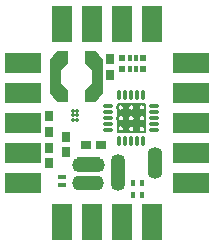
<source format=gts>
G04 DipTrace 2.4.0.2*
%INdigipot.gts*%
%MOMM*%
%ADD15C,0.152*%
%ADD16O,1.185X1.23*%
%ADD20O,1.23X1.185*%
%ADD36C,0.165*%
%ADD44C,0.35*%
%ADD52O,0.9X0.35*%
%ADD53O,0.35X0.9*%
%ADD54R,0.3X0.55*%
%ADD55R,0.575X0.55*%
%ADD56R,0.45X0.55*%
%ADD57R,1.75X2.082*%
%ADD58R,1.75X1.65*%
%ADD59R,2.082X1.75*%
%ADD61R,2.05X1.75*%
%ADD63R,1.65X1.75*%
%ADD65R,0.75X0.45*%
%ADD66R,0.95X0.75*%
%ADD67R,0.75X0.95*%
%FSLAX53Y53*%
G04*
G71*
G90*
G75*
G01*
%LNTopMask*%
%LPD*%
D16*
X16812Y15350D3*
G36*
X17038Y15965D2*
X15038D1*
Y14735D1*
X17038D1*
Y15965D1*
G37*
D16*
X15264Y15350D3*
X15195Y13788D3*
G36*
X14969Y13173D2*
X16969D1*
Y14403D1*
X14969D1*
Y13173D1*
G37*
D16*
X16743Y13788D3*
D67*
X17827Y22986D3*
Y24286D3*
X12710Y19440D3*
Y18140D3*
D66*
X17085Y16992D3*
X15785D3*
D65*
X13815Y14314D3*
Y13614D3*
D20*
X18556Y15634D3*
G36*
X17956Y15674D2*
X19156D1*
Y13700D1*
X17956D1*
Y15674D1*
G37*
D20*
X18556Y13715D3*
D63*
X11278Y13818D3*
D61*
X10008D3*
D63*
X11278Y21438D3*
Y18898D3*
Y16358D3*
D59*
X10008Y21438D3*
Y18898D3*
Y16358D3*
D58*
X16358Y26518D3*
X13818D3*
D57*
X16358Y27788D3*
X13818D3*
D58*
X21438Y26518D3*
X18898D3*
D57*
X21438Y27788D3*
X18898D3*
D63*
X23978Y16358D3*
Y18898D3*
Y21438D3*
D59*
X25248Y16358D3*
Y18898D3*
Y21438D3*
D63*
X23978Y13818D3*
D61*
X25248D3*
D58*
X21438Y11278D3*
X18898D3*
X16358D3*
X13818D3*
D57*
Y10008D3*
X16358D3*
X18898D3*
X21438D3*
D63*
X11278Y23978D3*
D61*
X10008D3*
D63*
X23978D3*
D61*
X25248D3*
G36*
X15755Y21659D2*
X16335Y22254D1*
Y23383D1*
X15755Y23978D1*
Y24988D1*
X16692D1*
X17254Y24222D1*
Y22241D1*
Y21415D1*
X16692Y20648D1*
X15755D1*
Y21659D1*
G37*
G36*
X14304Y23978D2*
X13724Y23383D1*
Y22254D1*
X14304Y21659D1*
Y20648D1*
X13367D1*
X12805Y21415D1*
Y23396D1*
Y24222D1*
X13367Y24988D1*
X14304D1*
Y23978D1*
G37*
D56*
X19822Y12821D3*
X20522D3*
Y13821D3*
X19822D3*
D55*
X18900Y23480D3*
D54*
X19540D3*
X20040D3*
D55*
X20675D3*
Y24380D3*
D54*
X20040D3*
X19540D3*
D55*
X18900D3*
D67*
X14094Y16423D3*
Y17723D3*
X12703Y16773D3*
Y15473D3*
X18469Y19303D2*
D36*
X18470Y19322D1*
X18472Y19341D1*
X18475Y19359D1*
X18480Y19377D1*
X18486Y19395D1*
X18493Y19412D1*
X18502Y19429D1*
X18512Y19445D1*
X18523Y19460D1*
X18535Y19475D1*
X18548Y19489D1*
X18562Y19502D1*
X18577Y19514D1*
X18593Y19525D1*
X18609Y19534D1*
X18626Y19543D1*
X18644Y19551D1*
X18662Y19557D1*
X18681Y19562D1*
X18700Y19566D1*
X18720Y19569D1*
X18739Y19570D1*
X18759D1*
X18778Y19569D1*
X18797Y19566D1*
X18816Y19562D1*
X18835Y19557D1*
X18854Y19551D1*
X18871Y19543D1*
X18889Y19534D1*
X18905Y19525D1*
X18921Y19514D1*
X18936Y19502D1*
X18950Y19489D1*
X18963Y19475D1*
X18975Y19460D1*
X18986Y19445D1*
X18996Y19429D1*
X19004Y19412D1*
X19012Y19395D1*
X19018Y19377D1*
X19022Y19359D1*
X19026Y19341D1*
X19028Y19322D1*
Y19303D1*
Y19285D1*
X19026Y19266D1*
X19022Y19248D1*
X19018Y19230D1*
X19012Y19212D1*
X19004Y19195D1*
X18996Y19178D1*
X18986Y19162D1*
X18975Y19147D1*
X18963Y19132D1*
X18950Y19118D1*
X18936Y19105D1*
X18921Y19093D1*
X18905Y19082D1*
X18889Y19072D1*
X18871Y19064D1*
X18854Y19056D1*
X18835Y19050D1*
X18816Y19045D1*
X18797Y19041D1*
X18778Y19038D1*
X18759Y19037D1*
X18739D1*
X18720Y19038D1*
X18700Y19041D1*
X18681Y19045D1*
X18662Y19050D1*
X18644Y19056D1*
X18626Y19064D1*
X18609Y19072D1*
X18593Y19082D1*
X18577Y19093D1*
X18562Y19105D1*
X18548Y19118D1*
X18535Y19132D1*
X18523Y19147D1*
X18512Y19162D1*
X18502Y19178D1*
X18493Y19195D1*
X18486Y19212D1*
X18480Y19230D1*
X18475Y19248D1*
X18472Y19266D1*
X18470Y19285D1*
X18469Y19303D1*
Y20207D2*
X18470Y20225D1*
X18472Y20244D1*
X18475Y20262D1*
X18480Y20280D1*
X18486Y20298D1*
X18493Y20315D1*
X18502Y20332D1*
X18512Y20348D1*
X18523Y20363D1*
X18535Y20378D1*
X18548Y20392D1*
X18562Y20405D1*
X18577Y20417D1*
X18593Y20428D1*
X18609Y20437D1*
X18626Y20446D1*
X18644Y20454D1*
X18662Y20460D1*
X18681Y20465D1*
X18700Y20469D1*
X18720Y20472D1*
X18739Y20473D1*
X18759D1*
X18778Y20472D1*
X18797Y20469D1*
X18816Y20465D1*
X18835Y20460D1*
X18854Y20454D1*
X18871Y20446D1*
X18889Y20437D1*
X18905Y20428D1*
X18921Y20417D1*
X18936Y20405D1*
X18950Y20392D1*
X18963Y20378D1*
X18975Y20363D1*
X18986Y20348D1*
X18996Y20332D1*
X19004Y20315D1*
X19012Y20298D1*
X19018Y20280D1*
X19022Y20262D1*
X19026Y20244D1*
X19028Y20225D1*
Y20207D1*
Y20188D1*
X19026Y20170D1*
X19022Y20151D1*
X19018Y20133D1*
X19012Y20115D1*
X19004Y20098D1*
X18996Y20081D1*
X18986Y20065D1*
X18975Y20050D1*
X18963Y20035D1*
X18950Y20021D1*
X18936Y20009D1*
X18921Y19997D1*
X18905Y19986D1*
X18889Y19976D1*
X18871Y19967D1*
X18854Y19959D1*
X18835Y19953D1*
X18816Y19948D1*
X18797Y19944D1*
X18778Y19942D1*
X18759Y19940D1*
X18739D1*
X18720Y19942D1*
X18700Y19944D1*
X18681Y19948D1*
X18662Y19953D1*
X18644Y19959D1*
X18626Y19967D1*
X18609Y19976D1*
X18593Y19986D1*
X18577Y19997D1*
X18562Y20009D1*
X18548Y20021D1*
X18535Y20035D1*
X18523Y20050D1*
X18512Y20065D1*
X18502Y20081D1*
X18493Y20098D1*
X18486Y20115D1*
X18480Y20133D1*
X18475Y20151D1*
X18472Y20170D1*
X18470Y20188D1*
X18469Y20207D1*
X19366Y18397D2*
X19367Y18415D1*
X19369Y18434D1*
X19372Y18452D1*
X19377Y18470D1*
X19383Y18488D1*
X19390Y18505D1*
X19399Y18522D1*
X19409Y18538D1*
X19419Y18553D1*
X19431Y18568D1*
X19445Y18582D1*
X19459Y18595D1*
X19474Y18607D1*
X19489Y18618D1*
X19506Y18627D1*
X19523Y18636D1*
X19541Y18644D1*
X19559Y18650D1*
X19578Y18655D1*
X19597Y18659D1*
X19616Y18662D1*
X19636Y18663D1*
X19655D1*
X19675Y18662D1*
X19694Y18659D1*
X19713Y18655D1*
X19732Y18650D1*
X19750Y18644D1*
X19768Y18636D1*
X19785Y18627D1*
X19802Y18618D1*
X19818Y18607D1*
X19833Y18595D1*
X19847Y18582D1*
X19860Y18568D1*
X19872Y18553D1*
X19883Y18538D1*
X19892Y18522D1*
X19901Y18505D1*
X19908Y18488D1*
X19914Y18470D1*
X19919Y18452D1*
X19922Y18434D1*
X19924Y18415D1*
X19925Y18397D1*
X19924Y18378D1*
X19922Y18360D1*
X19919Y18341D1*
X19914Y18323D1*
X19908Y18305D1*
X19901Y18288D1*
X19892Y18271D1*
X19883Y18255D1*
X19872Y18240D1*
X19860Y18225D1*
X19847Y18211D1*
X19833Y18199D1*
X19818Y18187D1*
X19802Y18176D1*
X19785Y18166D1*
X19768Y18157D1*
X19750Y18149D1*
X19732Y18143D1*
X19713Y18138D1*
X19694Y18134D1*
X19675Y18132D1*
X19655Y18130D1*
X19636D1*
X19616Y18132D1*
X19597Y18134D1*
X19578Y18138D1*
X19559Y18143D1*
X19541Y18149D1*
X19523Y18157D1*
X19506Y18166D1*
X19489Y18176D1*
X19474Y18187D1*
X19459Y18199D1*
X19445Y18211D1*
X19431Y18225D1*
X19419Y18240D1*
X19409Y18255D1*
X19399Y18271D1*
X19390Y18288D1*
X19383Y18305D1*
X19377Y18323D1*
X19372Y18341D1*
X19369Y18360D1*
X19367Y18378D1*
X19366Y18397D1*
X19370Y19297D2*
X19371Y19315D1*
X19373Y19334D1*
X19376Y19352D1*
X19381Y19370D1*
X19387Y19388D1*
X19394Y19405D1*
X19403Y19422D1*
X19412Y19438D1*
X19423Y19453D1*
X19435Y19468D1*
X19448Y19482D1*
X19462Y19495D1*
X19477Y19507D1*
X19493Y19517D1*
X19509Y19527D1*
X19527Y19536D1*
X19544Y19544D1*
X19563Y19550D1*
X19581Y19555D1*
X19600Y19559D1*
X19620Y19562D1*
X19639Y19563D1*
X19659D1*
X19678Y19562D1*
X19697Y19559D1*
X19716Y19555D1*
X19735Y19550D1*
X19753Y19544D1*
X19771Y19536D1*
X19788Y19527D1*
X19805Y19517D1*
X19821Y19507D1*
X19836Y19495D1*
X19850Y19482D1*
X19863Y19468D1*
X19875Y19453D1*
X19886Y19438D1*
X19895Y19422D1*
X19904Y19405D1*
X19911Y19388D1*
X19917Y19370D1*
X19922Y19352D1*
X19925Y19334D1*
X19927Y19315D1*
X19928Y19297D1*
X19927Y19278D1*
X19925Y19259D1*
X19922Y19241D1*
X19917Y19223D1*
X19911Y19205D1*
X19904Y19188D1*
X19895Y19171D1*
X19886Y19155D1*
X19875Y19140D1*
X19863Y19125D1*
X19850Y19111D1*
X19836Y19098D1*
X19821Y19086D1*
X19805Y19076D1*
X19788Y19066D1*
X19771Y19057D1*
X19753Y19049D1*
X19735Y19043D1*
X19716Y19038D1*
X19697Y19034D1*
X19678Y19031D1*
X19659Y19030D1*
X19639D1*
X19620Y19031D1*
X19600Y19034D1*
X19581Y19038D1*
X19563Y19043D1*
X19544Y19049D1*
X19527Y19057D1*
X19509Y19066D1*
X19493Y19076D1*
X19477Y19086D1*
X19462Y19098D1*
X19448Y19111D1*
X19435Y19125D1*
X19423Y19140D1*
X19412Y19155D1*
X19403Y19171D1*
X19394Y19188D1*
X19387Y19205D1*
X19381Y19223D1*
X19376Y19241D1*
X19373Y19259D1*
X19371Y19278D1*
X19370Y19297D1*
Y19307D2*
X19371Y19325D1*
X19373Y19344D1*
X19376Y19362D1*
X19381Y19380D1*
X19387Y19398D1*
X19394Y19415D1*
X19403Y19432D1*
X19412Y19448D1*
X19423Y19463D1*
X19435Y19478D1*
X19448Y19492D1*
X19462Y19505D1*
X19477Y19517D1*
X19493Y19528D1*
X19509Y19537D1*
X19527Y19546D1*
X19544Y19554D1*
X19563Y19560D1*
X19581Y19565D1*
X19600Y19569D1*
X19620Y19572D1*
X19639Y19573D1*
X19659D1*
X19678Y19572D1*
X19697Y19569D1*
X19716Y19565D1*
X19735Y19560D1*
X19753Y19554D1*
X19771Y19546D1*
X19788Y19537D1*
X19805Y19528D1*
X19821Y19517D1*
X19836Y19505D1*
X19850Y19492D1*
X19863Y19478D1*
X19875Y19463D1*
X19886Y19448D1*
X19895Y19432D1*
X19904Y19415D1*
X19911Y19398D1*
X19917Y19380D1*
X19922Y19362D1*
X19925Y19344D1*
X19927Y19325D1*
X19928Y19307D1*
X19927Y19288D1*
X19925Y19270D1*
X19922Y19251D1*
X19917Y19233D1*
X19911Y19216D1*
X19904Y19198D1*
X19895Y19182D1*
X19886Y19165D1*
X19875Y19150D1*
X19863Y19135D1*
X19850Y19122D1*
X19836Y19109D1*
X19821Y19097D1*
X19805Y19086D1*
X19788Y19076D1*
X19771Y19067D1*
X19753Y19060D1*
X19735Y19053D1*
X19716Y19048D1*
X19697Y19044D1*
X19678Y19042D1*
X19659Y19040D1*
X19639D1*
X19620Y19042D1*
X19600Y19044D1*
X19581Y19048D1*
X19563Y19053D1*
X19544Y19060D1*
X19527Y19067D1*
X19509Y19076D1*
X19493Y19086D1*
X19477Y19097D1*
X19462Y19109D1*
X19448Y19122D1*
X19435Y19135D1*
X19423Y19150D1*
X19412Y19165D1*
X19403Y19182D1*
X19394Y19198D1*
X19387Y19216D1*
X19381Y19233D1*
X19376Y19251D1*
X19373Y19270D1*
X19371Y19288D1*
X19370Y19307D1*
X19363Y20203D2*
X19364Y20222D1*
X19366Y20240D1*
X19369Y20259D1*
X19374Y20277D1*
X19380Y20295D1*
X19387Y20312D1*
X19396Y20329D1*
X19406Y20345D1*
X19417Y20360D1*
X19429Y20375D1*
X19442Y20389D1*
X19456Y20402D1*
X19470Y20413D1*
X19486Y20424D1*
X19503Y20434D1*
X19520Y20443D1*
X19538Y20451D1*
X19556Y20457D1*
X19575Y20462D1*
X19594Y20466D1*
X19613Y20469D1*
X19633Y20470D1*
X19652D1*
X19671Y20469D1*
X19691Y20466D1*
X19710Y20462D1*
X19728Y20457D1*
X19747Y20451D1*
X19765Y20443D1*
X19782Y20434D1*
X19798Y20424D1*
X19814Y20413D1*
X19829Y20402D1*
X19843Y20389D1*
X19856Y20375D1*
X19868Y20360D1*
X19879Y20345D1*
X19889Y20329D1*
X19897Y20312D1*
X19904Y20295D1*
X19911Y20277D1*
X19915Y20259D1*
X19919Y20240D1*
X19921Y20222D1*
Y20203D1*
Y20185D1*
X19919Y20166D1*
X19915Y20148D1*
X19911Y20130D1*
X19904Y20112D1*
X19897Y20095D1*
X19889Y20078D1*
X19879Y20062D1*
X19868Y20046D1*
X19856Y20032D1*
X19843Y20018D1*
X19829Y20005D1*
X19814Y19993D1*
X19798Y19982D1*
X19782Y19972D1*
X19765Y19964D1*
X19747Y19956D1*
X19728Y19950D1*
X19710Y19944D1*
X19691Y19941D1*
X19671Y19938D1*
X19652Y19937D1*
X19633D1*
X19613Y19938D1*
X19594Y19941D1*
X19575Y19944D1*
X19556Y19950D1*
X19538Y19956D1*
X19520Y19964D1*
X19503Y19972D1*
X19486Y19982D1*
X19470Y19993D1*
X19456Y20005D1*
X19442Y20018D1*
X19429Y20032D1*
X19417Y20046D1*
X19406Y20062D1*
X19396Y20078D1*
X19387Y20095D1*
X19380Y20112D1*
X19374Y20130D1*
X19369Y20148D1*
X19366Y20166D1*
X19364Y20185D1*
X19363Y20203D1*
X20270Y19300D2*
X20271Y19318D1*
X20273Y19337D1*
X20276Y19355D1*
X20281Y19373D1*
X20287Y19391D1*
X20294Y19408D1*
X20303Y19425D1*
X20312Y19441D1*
X20323Y19457D1*
X20335Y19471D1*
X20348Y19485D1*
X20362Y19498D1*
X20377Y19510D1*
X20393Y19521D1*
X20410Y19531D1*
X20427Y19540D1*
X20445Y19547D1*
X20463Y19554D1*
X20482Y19559D1*
X20501Y19563D1*
X20520Y19565D1*
X20539Y19566D1*
X20559D1*
X20578Y19565D1*
X20598Y19563D1*
X20617Y19559D1*
X20635Y19554D1*
X20654Y19547D1*
X20671Y19540D1*
X20689Y19531D1*
X20705Y19521D1*
X20721Y19510D1*
X20736Y19498D1*
X20750Y19485D1*
X20763Y19471D1*
X20775Y19457D1*
X20786Y19441D1*
X20795Y19425D1*
X20804Y19408D1*
X20811Y19391D1*
X20817Y19373D1*
X20822Y19355D1*
X20825Y19337D1*
X20827Y19318D1*
X20828Y19300D1*
X20827Y19281D1*
X20825Y19263D1*
X20822Y19244D1*
X20817Y19226D1*
X20811Y19209D1*
X20804Y19191D1*
X20795Y19175D1*
X20786Y19158D1*
X20775Y19143D1*
X20763Y19128D1*
X20750Y19115D1*
X20736Y19102D1*
X20721Y19090D1*
X20705Y19079D1*
X20689Y19069D1*
X20671Y19060D1*
X20654Y19052D1*
X20635Y19046D1*
X20617Y19041D1*
X20598Y19037D1*
X20578Y19035D1*
X20559Y19033D1*
X20539D1*
X20520Y19035D1*
X20501Y19037D1*
X20482Y19041D1*
X20463Y19046D1*
X20445Y19052D1*
X20427Y19060D1*
X20410Y19069D1*
X20393Y19079D1*
X20377Y19090D1*
X20362Y19102D1*
X20348Y19115D1*
X20335Y19128D1*
X20323Y19143D1*
X20312Y19158D1*
X20303Y19175D1*
X20294Y19191D1*
X20287Y19209D1*
X20281Y19226D1*
X20276Y19244D1*
X20273Y19263D1*
X20271Y19281D1*
X20270Y19300D1*
Y18403D2*
X20271Y18422D1*
X20273Y18441D1*
X20276Y18459D1*
X20281Y18477D1*
X20287Y18495D1*
X20294Y18512D1*
X20303Y18529D1*
X20312Y18545D1*
X20323Y18560D1*
X20335Y18575D1*
X20348Y18589D1*
X20362Y18602D1*
X20377Y18614D1*
X20393Y18625D1*
X20410Y18634D1*
X20427Y18643D1*
X20445Y18651D1*
X20463Y18657D1*
X20482Y18662D1*
X20501Y18666D1*
X20520Y18669D1*
X20539Y18670D1*
X20559D1*
X20578Y18669D1*
X20598Y18666D1*
X20617Y18662D1*
X20635Y18657D1*
X20654Y18651D1*
X20671Y18643D1*
X20689Y18634D1*
X20705Y18625D1*
X20721Y18614D1*
X20736Y18602D1*
X20750Y18589D1*
X20763Y18575D1*
X20775Y18560D1*
X20786Y18545D1*
X20795Y18529D1*
X20804Y18512D1*
X20811Y18495D1*
X20817Y18477D1*
X20822Y18459D1*
X20825Y18441D1*
X20827Y18422D1*
X20828Y18403D1*
X20827Y18385D1*
X20825Y18366D1*
X20822Y18348D1*
X20817Y18330D1*
X20811Y18312D1*
X20804Y18295D1*
X20795Y18278D1*
X20786Y18262D1*
X20775Y18247D1*
X20763Y18232D1*
X20750Y18218D1*
X20736Y18205D1*
X20721Y18193D1*
X20705Y18182D1*
X20689Y18172D1*
X20671Y18164D1*
X20654Y18156D1*
X20635Y18150D1*
X20617Y18145D1*
X20598Y18141D1*
X20578Y18138D1*
X20559Y18137D1*
X20539D1*
X20520Y18138D1*
X20501Y18141D1*
X20482Y18145D1*
X20463Y18150D1*
X20445Y18156D1*
X20427Y18164D1*
X20410Y18172D1*
X20393Y18182D1*
X20377Y18193D1*
X20362Y18205D1*
X20348Y18218D1*
X20335Y18232D1*
X20323Y18247D1*
X20312Y18262D1*
X20303Y18278D1*
X20294Y18295D1*
X20287Y18312D1*
X20281Y18330D1*
X20276Y18348D1*
X20273Y18366D1*
X20271Y18385D1*
X20270Y18403D1*
Y20207D2*
X20271Y20225D1*
X20273Y20244D1*
X20276Y20262D1*
X20281Y20280D1*
X20287Y20298D1*
X20294Y20315D1*
X20303Y20332D1*
X20312Y20348D1*
X20323Y20363D1*
X20335Y20378D1*
X20348Y20392D1*
X20362Y20405D1*
X20377Y20417D1*
X20393Y20428D1*
X20410Y20437D1*
X20427Y20446D1*
X20445Y20454D1*
X20463Y20460D1*
X20482Y20465D1*
X20501Y20469D1*
X20520Y20472D1*
X20539Y20473D1*
X20559D1*
X20578Y20472D1*
X20598Y20469D1*
X20617Y20465D1*
X20635Y20460D1*
X20654Y20454D1*
X20671Y20446D1*
X20689Y20437D1*
X20705Y20428D1*
X20721Y20417D1*
X20736Y20405D1*
X20750Y20392D1*
X20763Y20378D1*
X20775Y20363D1*
X20786Y20348D1*
X20795Y20332D1*
X20804Y20315D1*
X20811Y20298D1*
X20817Y20280D1*
X20822Y20262D1*
X20825Y20244D1*
X20827Y20225D1*
X20828Y20207D1*
X20827Y20188D1*
X20825Y20170D1*
X20822Y20151D1*
X20817Y20133D1*
X20811Y20115D1*
X20804Y20098D1*
X20795Y20081D1*
X20786Y20065D1*
X20775Y20050D1*
X20763Y20035D1*
X20750Y20021D1*
X20736Y20009D1*
X20721Y19997D1*
X20705Y19986D1*
X20689Y19976D1*
X20671Y19967D1*
X20654Y19959D1*
X20635Y19953D1*
X20617Y19948D1*
X20598Y19944D1*
X20578Y19942D1*
X20559Y19940D1*
X20539D1*
X20520Y19942D1*
X20501Y19944D1*
X20482Y19948D1*
X20463Y19953D1*
X20445Y19959D1*
X20427Y19967D1*
X20410Y19976D1*
X20393Y19986D1*
X20377Y19997D1*
X20362Y20009D1*
X20348Y20021D1*
X20335Y20035D1*
X20323Y20050D1*
X20312Y20065D1*
X20303Y20081D1*
X20294Y20098D1*
X20287Y20115D1*
X20281Y20133D1*
X20276Y20151D1*
X20273Y20170D1*
X20271Y20188D1*
X20270Y20207D1*
X18496Y18157D2*
D15*
X20846D1*
Y20457D1*
X18496D1*
Y18157D1*
G36*
X18439Y18641D2*
X20822D1*
Y19121D1*
X18439D1*
Y18641D1*
G37*
G36*
X19845Y18084D2*
X20312D1*
Y20560D1*
X19845D1*
Y18084D1*
G37*
G36*
X18985Y18101D2*
X19452D1*
Y20460D1*
X18985D1*
Y18101D1*
G37*
G36*
X18445Y19557D2*
X20816D1*
Y20003D1*
X18445D1*
Y19557D1*
G37*
X18483Y18430D2*
D36*
Y18449D1*
X18485Y18467D1*
X18489Y18486D1*
X18494Y18504D1*
X18500Y18521D1*
X18507Y18539D1*
X18515Y18555D1*
X18525Y18571D1*
X18536Y18587D1*
X18548Y18602D1*
X18561Y18615D1*
X18575Y18628D1*
X18590Y18640D1*
X18606Y18651D1*
X18622Y18661D1*
X18640Y18670D1*
X18657Y18677D1*
X18676Y18684D1*
X18695Y18689D1*
X18714Y18693D1*
X18733Y18695D1*
X18752Y18697D1*
X18772D1*
X18791Y18695D1*
X18811Y18693D1*
X18830Y18689D1*
X18849Y18684D1*
X18867Y18677D1*
X18885Y18670D1*
X18902Y18661D1*
X18919Y18651D1*
X18934Y18640D1*
X18949Y18628D1*
X18963Y18615D1*
X18976Y18602D1*
X18988Y18587D1*
X18999Y18571D1*
X19009Y18555D1*
X19018Y18539D1*
X19025Y18521D1*
X19031Y18504D1*
X19036Y18486D1*
X19039Y18467D1*
X19041Y18449D1*
X19042Y18430D1*
X19041Y18412D1*
X19039Y18393D1*
X19036Y18375D1*
X19031Y18357D1*
X19025Y18339D1*
X19018Y18322D1*
X19009Y18305D1*
X18999Y18289D1*
X18988Y18274D1*
X18976Y18259D1*
X18963Y18245D1*
X18949Y18232D1*
X18934Y18220D1*
X18919Y18209D1*
X18902Y18199D1*
X18885Y18191D1*
X18867Y18183D1*
X18849Y18177D1*
X18830Y18172D1*
X18811Y18168D1*
X18791Y18165D1*
X18772Y18164D1*
X18752D1*
X18733Y18165D1*
X18714Y18168D1*
X18695Y18172D1*
X18676Y18177D1*
X18657Y18183D1*
X18640Y18191D1*
X18622Y18199D1*
X18606Y18209D1*
X18590Y18220D1*
X18575Y18232D1*
X18561Y18245D1*
X18548Y18259D1*
X18536Y18274D1*
X18525Y18289D1*
X18515Y18305D1*
X18507Y18322D1*
X18500Y18339D1*
X18494Y18357D1*
X18489Y18375D1*
X18485Y18393D1*
X18483Y18412D1*
Y18430D1*
D53*
X18646Y17347D3*
X19146D3*
X19646D3*
X20146D3*
X20646D3*
D52*
X21606Y18307D3*
Y18807D3*
Y19307D3*
Y19807D3*
Y20307D3*
D53*
X20646Y21267D3*
X20146D3*
X19646D3*
X19146D3*
X18646D3*
D52*
X17686Y20307D3*
Y19807D3*
Y19307D3*
Y18807D3*
Y18307D3*
D44*
X14675Y19930D3*
X15075D3*
X14675Y19530D3*
X15075D3*
X14675Y19130D3*
X15075D3*
D20*
X21655Y14738D3*
G36*
X22270Y14512D2*
X21040D1*
Y16512D1*
X22270D1*
Y14512D1*
G37*
D20*
X21655Y16286D3*
M02*

</source>
